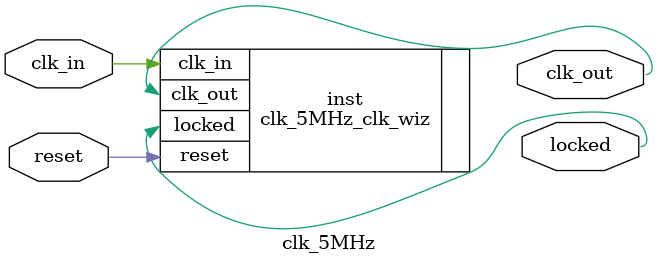
<source format=v>


`timescale 1ps/1ps

(* CORE_GENERATION_INFO = "clk_5MHz,clk_wiz_v6_0_1_0_0,{component_name=clk_5MHz,use_phase_alignment=true,use_min_o_jitter=false,use_max_i_jitter=false,use_dyn_phase_shift=false,use_inclk_switchover=false,use_dyn_reconfig=false,enable_axi=0,feedback_source=FDBK_AUTO,PRIMITIVE=MMCM,num_out_clk=1,clkin1_period=10.000,clkin2_period=10.000,use_power_down=false,use_reset=true,use_locked=true,use_inclk_stopped=false,feedback_type=SINGLE,CLOCK_MGR_TYPE=NA,manual_override=false}" *)

module clk_5MHz 
 (
  // Clock out ports
  output        clk_out,
  // Status and control signals
  input         reset,
  output        locked,
 // Clock in ports
  input         clk_in
 );

  clk_5MHz_clk_wiz inst
  (
  // Clock out ports  
  .clk_out(clk_out),
  // Status and control signals               
  .reset(reset), 
  .locked(locked),
 // Clock in ports
  .clk_in(clk_in)
  );

endmodule

</source>
